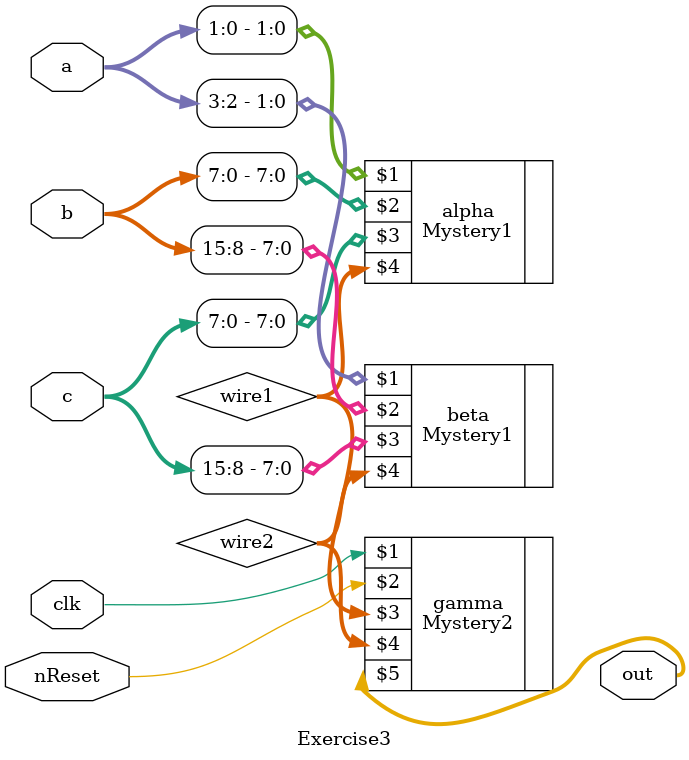
<source format=sv>
module Exercise3 (
    input clk,
    input nReset,
    input [3:0] a,
    input [15:0] b,
    input [15:0] c,
    output [15:0] out
);
wire [7:0] wire1, wire2;
Mystery1 alpha (a[1:0], b[7:0], c[7:0], wire1);
Mystery1 beta (a[3:2], b[15:8], c[15:8], wire2);
Mystery2 gamma (clk, nReset, wire1, wire2, out);
endmodule

</source>
